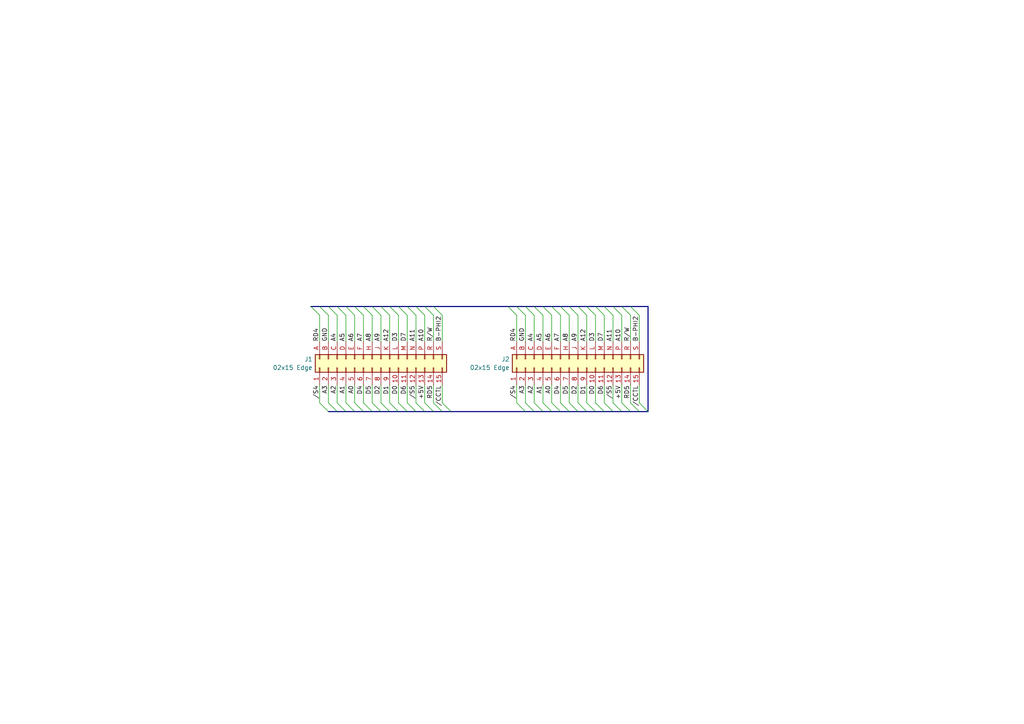
<source format=kicad_sch>
(kicad_sch (version 20231120) (generator "eeschema") (generator_version "8.0")
  (paper "A4")
  (title_block (title "VertiCart Atari XE vertical cartridge adapter") (date "2024-10-11") (rev "1") (company "Decent Engineering"))
  (lib_symbols
    (symbol "Connector_Generic:Conn_02x15_Top_Bottom" (pin_names (offset 1.016) hide)
      (property "Reference" "J1" (at 2.4822 19.812 90))
      (property "Value" "02x15 Edge" (at 0.0579 19.812 90))
      (symbol "Conn_02x15_Top_Bottom_1_1"
        (rectangle (start -1.27 -17.653) (end 0 -17.907) (stroke (width 0.1524)))
        (rectangle (start -1.27 -15.113) (end 0 -15.367) (stroke (width 0.1524)))
        (rectangle (start -1.27 -12.573) (end 0 -12.827) (stroke (width 0.1524)))
        (rectangle (start -1.27 -10.033) (end 0 -10.287) (stroke (width 0.1524)))
        (rectangle (start -1.27 -7.493) (end 0 -7.747) (stroke (width 0.1524)))
        (rectangle (start -1.27 -4.953) (end 0 -5.207) (stroke (width 0.1524)))
        (rectangle (start -1.27 -2.413) (end 0 -2.667) (stroke (width 0.1524)))
        (rectangle (start -1.27 0.127) (end 0 -0.127) (stroke (width 0.1524)))
        (rectangle (start -1.27 2.667) (end 0 2.413) (stroke (width 0.1524)))
        (rectangle (start -1.27 5.207) (end 0 4.953) (stroke (width 0.1524)))
        (rectangle (start -1.27 7.747) (end 0 7.493) (stroke (width 0.1524)))
        (rectangle (start -1.27 10.287) (end 0 10.033) (stroke (width 0.1524)))
        (rectangle (start -1.27 12.827) (end 0 12.573) (stroke (width 0.1524)))
        (rectangle (start -1.27 15.367) (end 0 15.113) (stroke (width 0.1524)))
        (rectangle (start -1.27 17.907) (end 0 17.653) (stroke (width 0.1524)))
        (rectangle (start -1.27 19.05) (end 3.81 -19.05) (stroke (width 0.254)) (fill (type background)))
        (rectangle (start 3.81 -17.653) (end 2.54 -17.907) (stroke (width 0.1524)))
        (rectangle (start 3.81 -15.113) (end 2.54 -15.367) (stroke (width 0.1524)))
        (rectangle (start 3.81 -12.573) (end 2.54 -12.827) (stroke (width 0.1524)))
        (rectangle (start 3.81 -10.033) (end 2.54 -10.287) (stroke (width 0.1524)))
        (rectangle (start 3.81 -7.493) (end 2.54 -7.747) (stroke (width 0.1524)))
        (rectangle (start 3.81 -4.953) (end 2.54 -5.207) (stroke (width 0.1524)))
        (rectangle (start 3.81 -2.413) (end 2.54 -2.667) (stroke (width 0.1524)))
        (rectangle (start 3.81 0.127) (end 2.54 -0.127) (stroke (width 0.1524)))
        (rectangle (start 3.81 2.667) (end 2.54 2.413) (stroke (width 0.1524)))
        (rectangle (start 3.81 5.207) (end 2.54 4.953) (stroke (width 0.1524)))
        (rectangle (start 3.81 7.747) (end 2.54 7.493) (stroke (width 0.1524)))
        (rectangle (start 3.81 10.287) (end 2.54 10.033) (stroke (width 0.1524)))
        (rectangle (start 3.81 12.827) (end 2.54 12.573) (stroke (width 0.1524)))
        (rectangle (start 3.81 15.367) (end 2.54 15.113) (stroke (width 0.1524)))
        (rectangle (start 3.81 17.907) (end 2.54 17.653) (stroke (width 0.1524)))
        (pin passive line (at -5.08 17.78 0) (length 3.81) (name "Pin_1") (number "1"))
        (pin passive line (at -5.08 -5.08 0) (length 3.81) (name "Pin_10") (number "10"))
        (pin passive line (at -5.08 -7.62 0) (length 3.81) (name "Pin_11") (number "11"))
        (pin passive line (at -5.08 -10.16 0) (length 3.81) (name "Pin_12") (number "12"))
        (pin passive line (at -5.08 -12.7 0) (length 3.81) (name "Pin_13") (number "13"))
        (pin passive line (at -5.08 -15.24 0) (length 3.81) (name "Pin_14") (number "14"))
        (pin passive line (at -5.08 -17.78 0) (length 3.81) (name "Pin_15") (number "15"))
        (pin passive line (at -5.08 15.24 0) (length 3.81) (name "Pin_2") (number "2"))
        (pin passive line (at -5.08 12.7 0) (length 3.81) (name "Pin_3") (number "3"))
        (pin passive line (at -5.08 10.16 0) (length 3.81) (name "Pin_4") (number "4"))
        (pin passive line (at -5.08 7.62 0) (length 3.81) (name "Pin_5") (number "5"))
        (pin passive line (at -5.08 5.08 0) (length 3.81) (name "Pin_6") (number "6"))
        (pin passive line (at -5.08 2.54 0) (length 3.81) (name "Pin_7") (number "7"))
        (pin passive line (at -5.08 0 0) (length 3.81) (name "Pin_8") (number "8"))
        (pin passive line (at -5.08 -2.54 0) (length 3.81) (name "Pin_9") (number "9"))
        (pin passive line (at 7.62 17.78 180) (length 3.81) (name "Pin_16") (number "A"))
        (pin passive line (at 7.62 15.24 180) (length 3.81) (name "Pin_17") (number "B"))
        (pin passive line (at 7.62 12.7 180) (length 3.81) (name "Pin_18") (number "C"))
        (pin passive line (at 7.62 10.16 180) (length 3.81) (name "Pin_19") (number "D"))
        (pin passive line (at 7.62 7.62 180) (length 3.81) (name "Pin_20") (number "E"))
        (pin passive line (at 7.62 5.08 180) (length 3.81) (name "Pin_21") (number "F"))
        (pin passive line (at 7.62 2.54 180) (length 3.81) (name "Pin_22") (number "H"))
        (pin passive line (at 7.62 0 180) (length 3.81) (name "Pin_23") (number "J"))
        (pin passive line (at 7.62 -2.54 180) (length 3.81) (name "Pin_24") (number "K"))
        (pin passive line (at 7.62 -5.08 180) (length 3.81) (name "Pin_25") (number "L"))
        (pin passive line (at 7.62 -7.62 180) (length 3.81) (name "Pin_26") (number "M"))
        (pin passive line (at 7.62 -10.16 180) (length 3.81) (name "Pin_27") (number "N"))
        (pin passive line (at 7.62 -12.7 180) (length 3.81) (name "Pin_28") (number "P"))
        (pin passive line (at 7.62 -15.24 180) (length 3.81) (name "Pin_29") (number "R"))
        (pin passive line (at 7.62 -17.78 180) (length 3.81) (name "Pin_30") (number "S"))
      )
    )
  )
  (bus_entry (at 95.25 116.84) (size 2.54 2.54))
  (bus_entry (at 125.73 88.9) (size 2.54 2.54))
  (bus_entry (at 120.65 88.9) (size 2.54 2.54))
  (bus_entry (at 123.19 116.84) (size 2.54 2.54))
  (bus_entry (at 157.48 88.9) (size 2.54 2.54))
  (bus_entry (at 160.02 88.9) (size 2.54 2.54))
  (bus_entry (at 105.41 88.9) (size 2.54 2.54))
  (bus_entry (at 149.86 116.84) (size 2.54 2.54))
  (bus_entry (at 90.17 88.9) (size 2.54 2.54))
  (bus_entry (at 97.79 116.84) (size 2.54 2.54))
  (bus_entry (at 92.71 116.84) (size 2.54 2.54))
  (bus_entry (at 123.19 88.9) (size 2.54 2.54))
  (bus_entry (at 165.1 88.9) (size 2.54 2.54))
  (bus_entry (at 180.34 116.84) (size 2.54 2.54))
  (bus_entry (at 172.72 116.84) (size 2.54 2.54))
  (bus_entry (at 162.56 116.84) (size 2.54 2.54))
  (bus_entry (at 147.32 88.9) (size 2.54 2.54))
  (bus_entry (at 118.11 88.9) (size 2.54 2.54))
  (bus_entry (at 175.26 116.84) (size 2.54 2.54))
  (bus_entry (at 110.49 88.9) (size 2.54 2.54))
  (bus_entry (at 115.57 88.9) (size 2.54 2.54))
  (bus_entry (at 152.4 88.9) (size 2.54 2.54))
  (bus_entry (at 157.48 116.84) (size 2.54 2.54))
  (bus_entry (at 154.94 88.9) (size 2.54 2.54))
  (bus_entry (at 154.94 116.84) (size 2.54 2.54))
  (bus_entry (at 175.26 88.9) (size 2.54 2.54))
  (bus_entry (at 125.73 116.84) (size 2.54 2.54))
  (bus_entry (at 97.79 88.9) (size 2.54 2.54))
  (bus_entry (at 160.02 116.84) (size 2.54 2.54))
  (bus_entry (at 180.34 88.9) (size 2.54 2.54))
  (bus_entry (at 152.4 116.84) (size 2.54 2.54))
  (bus_entry (at 100.33 116.84) (size 2.54 2.54))
  (bus_entry (at 177.8 88.9) (size 2.54 2.54))
  (bus_entry (at 107.95 116.84) (size 2.54 2.54))
  (bus_entry (at 170.18 116.84) (size 2.54 2.54))
  (bus_entry (at 167.64 116.84) (size 2.54 2.54))
  (bus_entry (at 185.42 116.84) (size 2.54 2.54))
  (bus_entry (at 115.57 116.84) (size 2.54 2.54))
  (bus_entry (at 128.27 116.84) (size 2.54 2.54))
  (bus_entry (at 107.95 88.9) (size 2.54 2.54))
  (bus_entry (at 120.65 116.84) (size 2.54 2.54))
  (bus_entry (at 118.11 116.84) (size 2.54 2.54))
  (bus_entry (at 162.56 88.9) (size 2.54 2.54))
  (bus_entry (at 167.64 88.9) (size 2.54 2.54))
  (bus_entry (at 149.86 88.9) (size 2.54 2.54))
  (bus_entry (at 172.72 88.9) (size 2.54 2.54))
  (bus_entry (at 177.8 116.84) (size 2.54 2.54))
  (bus_entry (at 102.87 88.9) (size 2.54 2.54))
  (bus_entry (at 113.03 88.9) (size 2.54 2.54))
  (bus_entry (at 170.18 88.9) (size 2.54 2.54))
  (bus_entry (at 102.87 116.84) (size 2.54 2.54))
  (bus_entry (at 110.49 116.84) (size 2.54 2.54))
  (bus_entry (at 105.41 116.84) (size 2.54 2.54))
  (bus_entry (at 100.33 88.9) (size 2.54 2.54))
  (bus_entry (at 182.88 88.9) (size 2.54 2.54))
  (bus_entry (at 92.71 88.9) (size 2.54 2.54))
  (bus_entry (at 95.25 88.9) (size 2.54 2.54))
  (bus_entry (at 182.88 116.84) (size 2.54 2.54))
  (bus_entry (at 113.03 116.84) (size 2.54 2.54))
  (bus_entry (at 165.1 116.84) (size 2.54 2.54))
  (bus (pts (xy 154.94 119.38) (xy 157.48 119.38)))
  (bus (pts (xy 165.1 88.9) (xy 167.64 88.9)))
  (wire (pts (xy 182.88 116.84) (xy 182.88 111.76)))
  (bus (pts (xy 167.64 119.38) (xy 170.18 119.38)))
  (bus (pts (xy 102.87 119.38) (xy 105.41 119.38)))
  (bus (pts (xy 95.25 88.9) (xy 97.79 88.9)))
  (bus (pts (xy 152.4 119.38) (xy 154.94 119.38)))
  (bus (pts (xy 105.41 119.38) (xy 107.95 119.38)))
  (wire (pts (xy 185.42 116.84) (xy 185.42 111.76)))
  (wire (pts (xy 95.25 116.84) (xy 95.25 111.76)))
  (bus (pts (xy 157.48 119.38) (xy 160.02 119.38)))
  (bus (pts (xy 177.8 88.9) (xy 180.34 88.9)))
  (wire (pts (xy 157.48 91.44) (xy 157.48 99.06)))
  (bus (pts (xy 107.95 88.9) (xy 110.49 88.9)))
  (bus (pts (xy 157.48 88.9) (xy 160.02 88.9)))
  (bus (pts (xy 97.79 88.9) (xy 100.33 88.9)))
  (bus (pts (xy 107.95 119.38) (xy 110.49 119.38)))
  (wire (pts (xy 113.03 91.44) (xy 113.03 99.06)))
  (wire (pts (xy 165.1 91.44) (xy 165.1 99.06)))
  (bus (pts (xy 162.56 88.9) (xy 165.1 88.9)))
  (wire (pts (xy 165.1 116.84) (xy 165.1 111.76)))
  (bus (pts (xy 105.41 88.9) (xy 107.95 88.9)))
  (bus (pts (xy 115.57 119.38) (xy 118.11 119.38)))
  (bus (pts (xy 180.34 88.9) (xy 182.88 88.9)))
  (wire (pts (xy 177.8 91.44) (xy 177.8 99.06)))
  (bus (pts (xy 185.42 119.38) (xy 187.96 119.38)))
  (wire (pts (xy 97.79 116.84) (xy 97.79 111.76)))
  (wire (pts (xy 92.71 116.84) (xy 92.71 111.76)))
  (wire (pts (xy 113.03 116.84) (xy 113.03 111.76)))
  (wire (pts (xy 160.02 91.44) (xy 160.02 99.06)))
  (bus (pts (xy 100.33 88.9) (xy 102.87 88.9)))
  (wire (pts (xy 167.64 91.44) (xy 167.64 99.06)))
  (wire (pts (xy 123.19 91.44) (xy 123.19 99.06)))
  (wire (pts (xy 167.64 116.84) (xy 167.64 111.76)))
  (bus (pts (xy 175.26 119.38) (xy 177.8 119.38)))
  (bus (pts (xy 97.79 119.38) (xy 100.33 119.38)))
  (wire (pts (xy 152.4 91.44) (xy 152.4 99.06)))
  (bus (pts (xy 128.27 119.38) (xy 130.81 119.38)))
  (wire (pts (xy 125.73 91.44) (xy 125.73 99.06)))
  (bus (pts (xy 162.56 119.38) (xy 165.1 119.38)))
  (wire (pts (xy 100.33 91.44) (xy 100.33 99.06)))
  (bus (pts (xy 110.49 119.38) (xy 113.03 119.38)))
  (bus (pts (xy 170.18 119.38) (xy 172.72 119.38)))
  (wire (pts (xy 162.56 116.84) (xy 162.56 111.76)))
  (wire (pts (xy 123.19 116.84) (xy 123.19 111.76)))
  (wire (pts (xy 110.49 91.44) (xy 110.49 99.06)))
  (bus (pts (xy 172.72 88.9) (xy 175.26 88.9)))
  (wire (pts (xy 115.57 116.84) (xy 115.57 111.76)))
  (wire (pts (xy 102.87 91.44) (xy 102.87 99.06)))
  (wire (pts (xy 118.11 91.44) (xy 118.11 99.06)))
  (wire (pts (xy 157.48 116.84) (xy 157.48 111.76)))
  (bus (pts (xy 120.65 88.9) (xy 123.19 88.9)))
  (wire (pts (xy 175.26 116.84) (xy 175.26 111.76)))
  (wire (pts (xy 170.18 116.84) (xy 170.18 111.76)))
  (wire (pts (xy 115.57 91.44) (xy 115.57 99.06)))
  (bus (pts (xy 182.88 119.38) (xy 185.42 119.38)))
  (bus (pts (xy 92.71 88.9) (xy 95.25 88.9)))
  (wire (pts (xy 185.42 91.44) (xy 185.42 99.06)))
  (wire (pts (xy 172.72 116.84) (xy 172.72 111.76)))
  (wire (pts (xy 162.56 91.44) (xy 162.56 99.06)))
  (bus (pts (xy 172.72 119.38) (xy 175.26 119.38)))
  (wire (pts (xy 100.33 116.84) (xy 100.33 111.76)))
  (wire (pts (xy 175.26 91.44) (xy 175.26 99.06)))
  (wire (pts (xy 154.94 116.84) (xy 154.94 111.76)))
  (bus (pts (xy 125.73 88.9) (xy 147.32 88.9)))
  (wire (pts (xy 120.65 91.44) (xy 120.65 99.06)))
  (wire (pts (xy 177.8 116.84) (xy 177.8 111.76)))
  (bus (pts (xy 170.18 88.9) (xy 172.72 88.9)))
  (bus (pts (xy 149.86 88.9) (xy 152.4 88.9)))
  (wire (pts (xy 172.72 91.44) (xy 172.72 99.06)))
  (bus (pts (xy 115.57 88.9) (xy 118.11 88.9)))
  (bus (pts (xy 160.02 119.38) (xy 162.56 119.38)))
  (bus (pts (xy 118.11 88.9) (xy 120.65 88.9)))
  (bus (pts (xy 187.96 88.9) (xy 187.96 119.38)))
  (bus (pts (xy 152.4 88.9) (xy 154.94 88.9)))
  (wire (pts (xy 120.65 116.84) (xy 120.65 111.76)))
  (bus (pts (xy 165.1 119.38) (xy 167.64 119.38)))
  (bus (pts (xy 123.19 119.38) (xy 125.73 119.38)))
  (bus (pts (xy 110.49 88.9) (xy 113.03 88.9)))
  (bus (pts (xy 118.11 119.38) (xy 120.65 119.38)))
  (wire (pts (xy 154.94 91.44) (xy 154.94 99.06)))
  (bus (pts (xy 113.03 88.9) (xy 115.57 88.9)))
  (wire (pts (xy 105.41 116.84) (xy 105.41 111.76)))
  (wire (pts (xy 180.34 91.44) (xy 180.34 99.06)))
  (wire (pts (xy 180.34 116.84) (xy 180.34 111.76)))
  (bus (pts (xy 175.26 88.9) (xy 177.8 88.9)))
  (wire (pts (xy 128.27 91.44) (xy 128.27 99.06)))
  (bus (pts (xy 125.73 119.38) (xy 128.27 119.38)))
  (bus (pts (xy 113.03 119.38) (xy 115.57 119.38)))
  (wire (pts (xy 107.95 91.44) (xy 107.95 99.06)))
  (wire (pts (xy 182.88 91.44) (xy 182.88 99.06)))
  (bus (pts (xy 167.64 88.9) (xy 170.18 88.9)))
  (bus (pts (xy 120.65 119.38) (xy 123.19 119.38)))
  (wire (pts (xy 102.87 116.84) (xy 102.87 111.76)))
  (wire (pts (xy 118.11 116.84) (xy 118.11 111.76)))
  (bus (pts (xy 90.17 88.9) (xy 92.71 88.9)))
  (bus (pts (xy 95.25 119.38) (xy 97.79 119.38)))
  (wire (pts (xy 125.73 116.84) (xy 125.73 111.76)))
  (wire (pts (xy 107.95 116.84) (xy 107.95 111.76)))
  (bus (pts (xy 102.87 88.9) (xy 105.41 88.9)))
  (wire (pts (xy 149.86 91.44) (xy 149.86 99.06)))
  (bus (pts (xy 130.81 119.38) (xy 152.4 119.38)))
  (wire (pts (xy 95.25 91.44) (xy 95.25 99.06)))
  (bus (pts (xy 154.94 88.9) (xy 157.48 88.9)))
  (wire (pts (xy 160.02 116.84) (xy 160.02 111.76)))
  (bus (pts (xy 180.34 119.38) (xy 182.88 119.38)))
  (wire (pts (xy 128.27 116.84) (xy 128.27 111.76)))
  (bus (pts (xy 100.33 119.38) (xy 102.87 119.38)))
  (bus (pts (xy 123.19 88.9) (xy 125.73 88.9)))
  (wire (pts (xy 105.41 91.44) (xy 105.41 99.06)))
  (bus (pts (xy 182.88 88.9) (xy 187.96 88.9)))
  (wire (pts (xy 149.86 116.84) (xy 149.86 111.76)))
  (wire (pts (xy 110.49 116.84) (xy 110.49 111.76)))
  (bus (pts (xy 147.32 88.9) (xy 149.86 88.9)))
  (wire (pts (xy 92.71 91.44) (xy 92.71 99.06)))
  (bus (pts (xy 177.8 119.38) (xy 180.34 119.38)))
  (bus (pts (xy 160.02 88.9) (xy 162.56 88.9)))
  (wire (pts (xy 97.79 91.44) (xy 97.79 99.06)))
  (wire (pts (xy 170.18 91.44) (xy 170.18 99.06)))
  (wire (pts (xy 152.4 116.84) (xy 152.4 111.76)))
  (label "R/W" (at 182.88 99.06 90))
  (label "A12" (at 113.03 99.06 90))
  (label "A5" (at 100.33 99.06 90))
  (label "A10" (at 180.34 99.06 90))
  (label "A11" (at 120.65 99.06 90))
  (label "A4" (at 154.94 99.06 90))
  (label "D4" (at 162.56 111.76 270))
  (label "D2" (at 167.64 111.76 270))
  (label "/CCTL" (at 128.27 111.76 270))
  (label "A9" (at 167.64 99.06 90))
  (label "D5" (at 165.1 111.76 270))
  (label "D7" (at 118.11 99.06 90))
  (label "A3" (at 152.4 111.76 270))
  (label "A8" (at 165.1 99.06 90))
  (label "{slash}S4" (at 149.86 111.76 270))
  (label "D1" (at 170.18 111.76 270))
  (label "A2" (at 97.79 111.76 270))
  (label "D3" (at 115.57 99.06 90))
  (label "RD5" (at 182.88 111.76 270))
  (label "/S5" (at 120.65 111.76 270))
  (label "D5" (at 107.95 111.76 270))
  (label "A0" (at 160.02 111.76 270))
  (label "A7" (at 162.56 99.06 90))
  (label "/CCTL" (at 185.42 111.76 270))
  (label "B-PHI2" (at 185.42 99.06 90))
  (label "GND" (at 152.4 99.06 90))
  (label "/S5" (at 177.8 111.76 270))
  (label "A5" (at 157.48 99.06 90))
  (label "D6" (at 118.11 111.76 270))
  (label "RD5" (at 125.73 111.76 270))
  (label "+5V" (at 123.19 111.76 270))
  (label "A6" (at 102.87 99.06 90))
  (label "GND" (at 95.25 99.06 90))
  (label "A11" (at 177.8 99.06 90))
  (label "D0" (at 172.72 111.76 270))
  (label "R/W" (at 125.73 99.06 90))
  (label "A1" (at 100.33 111.76 270))
  (label "A9" (at 110.49 99.06 90))
  (label "A7" (at 105.41 99.06 90))
  (label "A3" (at 95.25 111.76 270))
  (label "D4" (at 105.41 111.76 270))
  (label "D6" (at 175.26 111.76 270))
  (label "A10" (at 123.19 99.06 90))
  (label "RD4" (at 92.71 99.06 90))
  (label "A4" (at 97.79 99.06 90))
  (label "D7" (at 175.26 99.06 90))
  (label "A0" (at 102.87 111.76 270))
  (label "D3" (at 172.72 99.06 90))
  (label "+5V" (at 180.34 111.76 270))
  (label "{slash}S4" (at 92.71 111.76 270))
  (label "RD4" (at 149.86 99.06 90))
  (label "D0" (at 115.57 111.76 270))
  (label "A6" (at 160.02 99.06 90))
  (label "D2" (at 110.49 111.76 270))
  (label "A1" (at 157.48 111.76 270))
  (label "A2" (at 154.94 111.76 270))
  (label "A8" (at 107.95 99.06 90))
  (label "B-PHI2" (at 128.27 99.06 90))
  (label "A12" (at 170.18 99.06 90))
  (label "D1" (at 113.03 111.76 270))
  (symbol (lib_id "Connector_Generic:Conn_02x15_Top_Bottom") (at 167.64 106.68 90) (unit 1)
    (property "Reference" "J2" (at 147.828 104.1978 90) (effects (justify left)))
    (property "Value" "02x15 Edge" (at 147.828 106.6221 90) (effects (justify left)))
    (property "Footprint" "Library:Atari_Cartridge_Connector" (effects (hide yes)))
    (property "Description" "Generic connector, double row, 02x15, top/bottom pin numbering scheme (row 1: 1...pins_per_row, row2: pins_per_row+1 ... num_pins), script generated (kicad-library-utils/schlib/autogen/connector/)" (effects (hide yes)))
  )
  (symbol (lib_id "Connector_Generic:Conn_02x15_Top_Bottom") (at 110.49 106.68 90) (unit 1)
    (property "Reference" "J1" (at 90.678 104.1978 90) (effects (justify left)))
    (property "Value" "02x15 Edge" (at 90.678 106.6221 90) (effects (justify left)))
    (property "Footprint" "Library:Atari Cartridge Edge Connector" (effects (hide yes)))
    (property "Description" "Generic connector, double row, 02x15, top/bottom pin numbering scheme (row 1: 1...pins_per_row, row2: pins_per_row+1 ... num_pins), script generated (kicad-library-utils/schlib/autogen/connector/)" (effects (hide yes)))
  )
)
</source>
